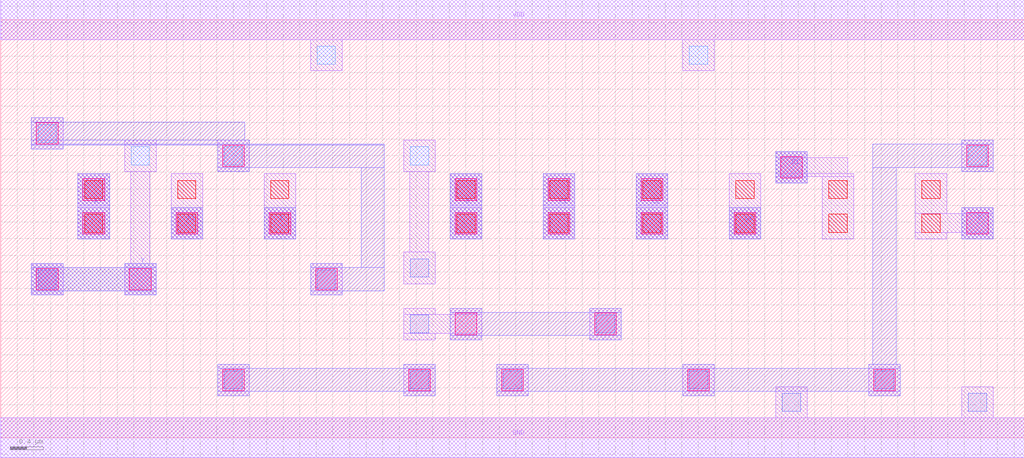
<source format=lef>
MACRO AOOOAI2133
 CLASS CORE ;
 FOREIGN AOOOAI2133 0 0 ;
 SIZE 12.32 BY 5.04 ;
 ORIGIN 0 0 ;
 SYMMETRY X Y R90 ;
 SITE unit ;
  PIN VDD
   DIRECTION INOUT ;
   USE POWER ;
   SHAPE ABUTMENT ;
    PORT
     CLASS CORE ;
       LAYER met1 ;
        RECT 0.00000000 4.80000000 12.32000000 5.28000000 ;
    END
  END VDD

  PIN GND
   DIRECTION INOUT ;
   USE POWER ;
   SHAPE ABUTMENT ;
    PORT
     CLASS CORE ;
       LAYER met1 ;
        RECT 0.00000000 -0.24000000 12.32000000 0.24000000 ;
    END
  END GND

  PIN Y
   DIRECTION INOUT ;
   USE SIGNAL ;
   SHAPE ABUTMENT ;
    PORT
     CLASS CORE ;
       LAYER met2 ;
        RECT 0.37000000 1.72200000 0.75000000 1.77200000 ;
        RECT 1.49000000 1.72200000 1.87000000 1.77200000 ;
        RECT 0.37000000 1.77200000 1.87000000 2.05200000 ;
        RECT 0.37000000 2.05200000 0.75000000 2.10200000 ;
        RECT 1.49000000 2.05200000 1.87000000 2.10200000 ;
    END
  END Y

  PIN C2
   DIRECTION INOUT ;
   USE SIGNAL ;
   SHAPE ABUTMENT ;
    PORT
     CLASS CORE ;
       LAYER met2 ;
        RECT 7.65000000 2.39700000 8.03000000 3.18200000 ;
    END
  END C2

  PIN A
   DIRECTION INOUT ;
   USE SIGNAL ;
   SHAPE ABUTMENT ;
    PORT
     CLASS CORE ;
       LAYER met2 ;
        RECT 0.93000000 2.39700000 1.31000000 3.18200000 ;
    END
  END A

  PIN D2
   DIRECTION INOUT ;
   USE SIGNAL ;
   SHAPE ABUTMENT ;
    PORT
     CLASS CORE ;
       LAYER met2 ;
        RECT 8.77000000 2.39700000 9.15000000 2.77700000 ;
    END
  END D2

  PIN B
   DIRECTION INOUT ;
   USE SIGNAL ;
   SHAPE ABUTMENT ;
    PORT
     CLASS CORE ;
       LAYER met2 ;
        RECT 3.17000000 2.39700000 3.55000000 2.77700000 ;
    END
  END B

  PIN C
   DIRECTION INOUT ;
   USE SIGNAL ;
   SHAPE ABUTMENT ;
    PORT
     CLASS CORE ;
       LAYER met2 ;
        RECT 5.41000000 2.39700000 5.79000000 3.18200000 ;
    END
  END C

  PIN D
   DIRECTION INOUT ;
   USE SIGNAL ;
   SHAPE ABUTMENT ;
    PORT
     CLASS CORE ;
       LAYER met2 ;
        RECT 11.57000000 2.39700000 11.95000000 2.77700000 ;
    END
  END D

  PIN D1
   DIRECTION INOUT ;
   USE SIGNAL ;
   SHAPE ABUTMENT ;
    PORT
     CLASS CORE ;
       LAYER met2 ;
        RECT 9.33000000 3.07200000 9.71000000 3.45200000 ;
    END
  END D1

  PIN A1
   DIRECTION INOUT ;
   USE SIGNAL ;
   SHAPE ABUTMENT ;
    PORT
     CLASS CORE ;
       LAYER met2 ;
        RECT 2.05000000 2.39700000 2.43000000 2.77700000 ;
    END
  END A1

  PIN C1
   DIRECTION INOUT ;
   USE SIGNAL ;
   SHAPE ABUTMENT ;
    PORT
     CLASS CORE ;
       LAYER met2 ;
        RECT 6.53000000 2.39700000 6.91000000 3.18200000 ;
    END
  END C1

 OBS
    LAYER polycont ;
     RECT 1.01000000 2.47700000 1.23000000 2.69700000 ;
     RECT 2.13000000 2.47700000 2.35000000 2.69700000 ;
     RECT 3.25000000 2.47700000 3.47000000 2.69700000 ;
     RECT 5.49000000 2.47700000 5.71000000 2.69700000 ;
     RECT 6.61000000 2.47700000 6.83000000 2.69700000 ;
     RECT 7.73000000 2.47700000 7.95000000 2.69700000 ;
     RECT 8.85000000 2.47700000 9.07000000 2.69700000 ;
     RECT 9.97000000 2.47700000 10.19000000 2.69700000 ;
     RECT 11.09000000 2.47700000 11.31000000 2.69700000 ;
     RECT 1.01000000 2.88200000 1.23000000 3.10200000 ;
     RECT 2.13000000 2.88200000 2.35000000 3.10200000 ;
     RECT 3.25000000 2.88200000 3.47000000 3.10200000 ;
     RECT 5.49000000 2.88200000 5.71000000 3.10200000 ;
     RECT 6.61000000 2.88200000 6.83000000 3.10200000 ;
     RECT 7.73000000 2.88200000 7.95000000 3.10200000 ;
     RECT 8.85000000 2.88200000 9.07000000 3.10200000 ;
     RECT 9.97000000 2.88200000 10.19000000 3.10200000 ;
     RECT 11.09000000 2.88200000 11.31000000 3.10200000 ;

    LAYER pdiffc ;
     RECT 1.57000000 3.28700000 1.79000000 3.50700000 ;
     RECT 2.69000000 3.28700000 2.91000000 3.50700000 ;
     RECT 4.93000000 3.28700000 5.15000000 3.50700000 ;
     RECT 11.65000000 3.28700000 11.87000000 3.50700000 ;
     RECT 0.45000000 3.55700000 0.67000000 3.77700000 ;
     RECT 3.81000000 4.50200000 4.03000000 4.72200000 ;
     RECT 8.29000000 4.50200000 8.51000000 4.72200000 ;

    LAYER ndiffc ;
     RECT 9.41000000 0.31700000 9.63000000 0.53700000 ;
     RECT 11.65000000 0.31700000 11.87000000 0.53700000 ;
     RECT 2.69000000 0.58700000 2.91000000 0.80700000 ;
     RECT 4.93000000 0.58700000 5.15000000 0.80700000 ;
     RECT 6.05000000 0.58700000 6.27000000 0.80700000 ;
     RECT 8.29000000 0.58700000 8.51000000 0.80700000 ;
     RECT 10.53000000 0.58700000 10.75000000 0.80700000 ;
     RECT 4.93000000 1.26200000 5.15000000 1.48200000 ;
     RECT 7.17000000 1.26200000 7.39000000 1.48200000 ;
     RECT 0.45000000 1.80200000 0.67000000 2.02200000 ;
     RECT 3.81000000 1.80200000 4.03000000 2.02200000 ;
     RECT 4.93000000 1.93700000 5.15000000 2.15700000 ;

    LAYER met1 ;
     RECT 0.00000000 -0.24000000 12.32000000 0.24000000 ;
     RECT 9.33000000 0.24000000 9.71000000 0.61700000 ;
     RECT 11.57000000 0.24000000 11.95000000 0.61700000 ;
     RECT 2.61000000 0.50700000 2.99000000 0.88700000 ;
     RECT 4.85000000 0.50700000 5.23000000 0.88700000 ;
     RECT 5.97000000 0.50700000 6.35000000 0.88700000 ;
     RECT 8.21000000 0.50700000 8.59000000 0.88700000 ;
     RECT 10.45000000 0.50700000 10.83000000 0.88700000 ;
     RECT 4.85000000 1.18200000 5.23000000 1.25700000 ;
     RECT 5.41000000 1.18200000 5.79000000 1.25700000 ;
     RECT 4.85000000 1.25700000 5.79000000 1.48700000 ;
     RECT 4.85000000 1.48700000 5.23000000 1.56200000 ;
     RECT 5.41000000 1.48700000 5.79000000 1.56200000 ;
     RECT 7.09000000 1.18200000 7.47000000 1.56200000 ;
     RECT 0.37000000 1.72200000 0.75000000 2.10200000 ;
     RECT 3.73000000 1.72200000 4.11000000 2.10200000 ;
     RECT 0.93000000 2.39700000 1.31000000 2.77700000 ;
     RECT 5.41000000 2.39700000 5.79000000 2.77700000 ;
     RECT 6.53000000 2.39700000 6.91000000 2.77700000 ;
     RECT 7.65000000 2.39700000 8.03000000 2.77700000 ;
     RECT 0.93000000 2.80200000 1.31000000 3.18200000 ;
     RECT 2.05000000 2.39700000 2.43000000 3.18200000 ;
     RECT 3.17000000 2.39700000 3.55000000 3.18200000 ;
     RECT 5.41000000 2.80200000 5.79000000 3.18200000 ;
     RECT 6.53000000 2.80200000 6.91000000 3.18200000 ;
     RECT 7.65000000 2.80200000 8.03000000 3.18200000 ;
     RECT 8.77000000 2.39700000 9.15000000 3.18200000 ;
     RECT 11.01000000 2.39700000 11.39000000 2.47200000 ;
     RECT 11.57000000 2.39700000 11.95000000 2.47200000 ;
     RECT 11.01000000 2.47200000 11.95000000 2.70200000 ;
     RECT 11.57000000 2.70200000 11.95000000 2.77700000 ;
     RECT 11.01000000 2.70200000 11.39000000 3.18200000 ;
     RECT 9.33000000 3.07200000 9.71000000 3.14700000 ;
     RECT 9.89000000 2.39700000 10.27000000 3.14700000 ;
     RECT 9.33000000 3.14700000 10.27000000 3.18200000 ;
     RECT 9.33000000 3.18200000 10.19500000 3.37700000 ;
     RECT 9.33000000 3.37700000 9.71000000 3.45200000 ;
     RECT 1.49000000 1.72200000 1.87000000 2.10200000 ;
     RECT 1.56500000 2.10200000 1.79500000 3.20700000 ;
     RECT 1.49000000 3.20700000 1.87000000 3.58700000 ;
     RECT 2.61000000 3.20700000 2.99000000 3.58700000 ;
     RECT 4.85000000 1.85700000 5.23000000 2.23700000 ;
     RECT 4.92500000 2.23700000 5.15500000 3.20700000 ;
     RECT 4.85000000 3.20700000 5.23000000 3.58700000 ;
     RECT 11.57000000 3.20700000 11.95000000 3.58700000 ;
     RECT 0.37000000 3.47700000 0.75000000 3.85700000 ;
     RECT 3.73000000 4.42200000 4.11000000 4.80000000 ;
     RECT 8.21000000 4.42200000 8.59000000 4.80000000 ;
     RECT 0.00000000 4.80000000 12.32000000 5.28000000 ;

    LAYER via1 ;
     RECT 2.67000000 0.56700000 2.93000000 0.82700000 ;
     RECT 4.91000000 0.56700000 5.17000000 0.82700000 ;
     RECT 6.03000000 0.56700000 6.29000000 0.82700000 ;
     RECT 8.27000000 0.56700000 8.53000000 0.82700000 ;
     RECT 10.51000000 0.56700000 10.77000000 0.82700000 ;
     RECT 5.47000000 1.24200000 5.73000000 1.50200000 ;
     RECT 7.15000000 1.24200000 7.41000000 1.50200000 ;
     RECT 0.43000000 1.78200000 0.69000000 2.04200000 ;
     RECT 1.55000000 1.78200000 1.81000000 2.04200000 ;
     RECT 3.79000000 1.78200000 4.05000000 2.04200000 ;
     RECT 0.99000000 2.45700000 1.25000000 2.71700000 ;
     RECT 2.11000000 2.45700000 2.37000000 2.71700000 ;
     RECT 3.23000000 2.45700000 3.49000000 2.71700000 ;
     RECT 5.47000000 2.45700000 5.73000000 2.71700000 ;
     RECT 6.59000000 2.45700000 6.85000000 2.71700000 ;
     RECT 7.71000000 2.45700000 7.97000000 2.71700000 ;
     RECT 8.83000000 2.45700000 9.09000000 2.71700000 ;
     RECT 11.63000000 2.45700000 11.89000000 2.71700000 ;
     RECT 0.99000000 2.86200000 1.25000000 3.12200000 ;
     RECT 5.47000000 2.86200000 5.73000000 3.12200000 ;
     RECT 6.59000000 2.86200000 6.85000000 3.12200000 ;
     RECT 7.71000000 2.86200000 7.97000000 3.12200000 ;
     RECT 9.39000000 3.13200000 9.65000000 3.39200000 ;
     RECT 2.67000000 3.26700000 2.93000000 3.52700000 ;
     RECT 11.63000000 3.26700000 11.89000000 3.52700000 ;
     RECT 0.43000000 3.53700000 0.69000000 3.79700000 ;

    LAYER met2 ;
     RECT 2.61000000 0.50700000 2.99000000 0.55700000 ;
     RECT 4.85000000 0.50700000 5.23000000 0.55700000 ;
     RECT 2.61000000 0.55700000 5.23000000 0.83700000 ;
     RECT 2.61000000 0.83700000 2.99000000 0.88700000 ;
     RECT 4.85000000 0.83700000 5.23000000 0.88700000 ;
     RECT 5.41000000 1.18200000 5.79000000 1.23200000 ;
     RECT 7.09000000 1.18200000 7.47000000 1.23200000 ;
     RECT 5.41000000 1.23200000 7.47000000 1.51200000 ;
     RECT 5.41000000 1.51200000 5.79000000 1.56200000 ;
     RECT 7.09000000 1.51200000 7.47000000 1.56200000 ;
     RECT 0.37000000 1.72200000 0.75000000 1.77200000 ;
     RECT 1.49000000 1.72200000 1.87000000 1.77200000 ;
     RECT 0.37000000 1.77200000 1.87000000 2.05200000 ;
     RECT 0.37000000 2.05200000 0.75000000 2.10200000 ;
     RECT 1.49000000 2.05200000 1.87000000 2.10200000 ;
     RECT 2.05000000 2.39700000 2.43000000 2.77700000 ;
     RECT 3.17000000 2.39700000 3.55000000 2.77700000 ;
     RECT 8.77000000 2.39700000 9.15000000 2.77700000 ;
     RECT 11.57000000 2.39700000 11.95000000 2.77700000 ;
     RECT 0.93000000 2.39700000 1.31000000 3.18200000 ;
     RECT 5.41000000 2.39700000 5.79000000 3.18200000 ;
     RECT 6.53000000 2.39700000 6.91000000 3.18200000 ;
     RECT 7.65000000 2.39700000 8.03000000 3.18200000 ;
     RECT 9.33000000 3.07200000 9.71000000 3.45200000 ;
     RECT 5.97000000 0.50700000 6.35000000 0.55700000 ;
     RECT 8.21000000 0.50700000 8.59000000 0.55700000 ;
     RECT 10.45000000 0.50700000 10.83000000 0.55700000 ;
     RECT 5.97000000 0.55700000 10.83000000 0.83700000 ;
     RECT 5.97000000 0.83700000 6.35000000 0.88700000 ;
     RECT 8.21000000 0.83700000 8.59000000 0.88700000 ;
     RECT 10.45000000 0.83700000 10.83000000 0.88700000 ;
     RECT 10.50000000 0.88700000 10.78000000 3.25700000 ;
     RECT 11.57000000 3.20700000 11.95000000 3.25700000 ;
     RECT 10.50000000 3.25700000 11.95000000 3.53700000 ;
     RECT 11.57000000 3.53700000 11.95000000 3.58700000 ;
     RECT 3.73000000 1.72200000 4.11000000 1.77200000 ;
     RECT 3.73000000 1.77200000 4.62000000 2.05200000 ;
     RECT 3.73000000 2.05200000 4.11000000 2.10200000 ;
     RECT 2.61000000 3.20700000 2.99000000 3.25700000 ;
     RECT 4.34000000 2.05200000 4.62000000 3.25700000 ;
     RECT 0.37000000 3.47700000 0.75000000 3.52700000 ;
     RECT 2.61000000 3.25700000 4.62000000 3.52700000 ;
     RECT 0.37000000 3.52700000 4.62000000 3.53700000 ;
     RECT 0.37000000 3.53700000 2.99000000 3.58700000 ;
     RECT 0.37000000 3.58700000 2.94000000 3.80700000 ;
     RECT 0.37000000 3.80700000 0.75000000 3.85700000 ;

 END
END AOOOAI2133

</source>
